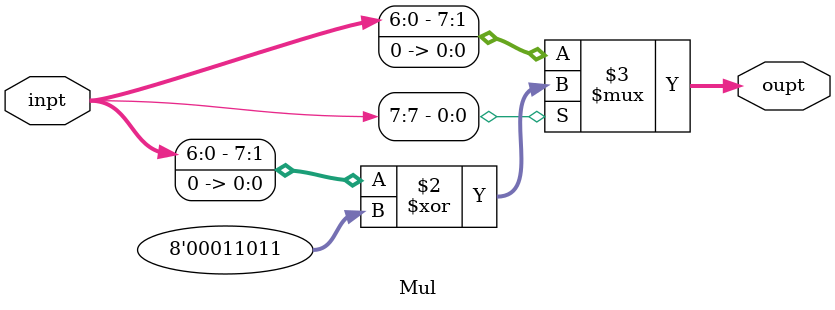
<source format=v>
module Mul #(parameter BYTE=8, parameter DWORD=32, parameter LENGTH=128) (inpt, oupt);
input [BYTE-1:0] inpt;
output wire [BYTE-1:0] oupt;
  assign oupt = (!inpt[BYTE-1]) ? {inpt[BYTE-2:0],1'b0} : {inpt[BYTE-2:0],1'b0} ^ 8'h1B;
endmodule

</source>
